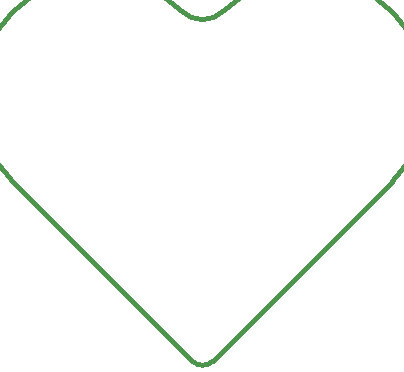
<source format=gbr>
G04 (created by PCBNEW (2013-05-16 BZR 4016)-stable) date 5/21/2013 11:08:07 PM*
%MOIN*%
G04 Gerber Fmt 3.4, Leading zero omitted, Abs format*
%FSLAX34Y34*%
G01*
G70*
G90*
G04 APERTURE LIST*
%ADD10C,0.00590551*%
%ADD11C,0.015*%
G04 APERTURE END LIST*
G54D10*
G54D11*
X-352Y-7554D02*
G75*
G03X354Y-7552I352J354D01*
G74*
G01*
X-700Y4107D02*
G75*
G03X699Y4106I700J713D01*
G74*
G01*
X6328Y-1578D02*
X354Y-7553D01*
X-6328Y-1578D02*
X-354Y-7553D01*
X701Y4107D02*
G75*
G02X6327Y-1577I2798J-2857D01*
G74*
G01*
X-701Y4107D02*
G75*
G03X-6327Y-1577I-2798J-2857D01*
G74*
G01*
M02*

</source>
